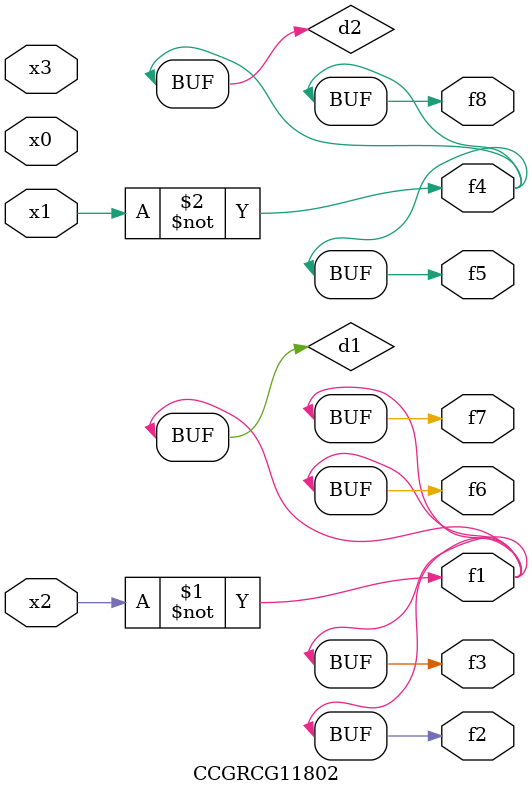
<source format=v>
module CCGRCG11802(
	input x0, x1, x2, x3,
	output f1, f2, f3, f4, f5, f6, f7, f8
);

	wire d1, d2;

	xnor (d1, x2);
	not (d2, x1);
	assign f1 = d1;
	assign f2 = d1;
	assign f3 = d1;
	assign f4 = d2;
	assign f5 = d2;
	assign f6 = d1;
	assign f7 = d1;
	assign f8 = d2;
endmodule

</source>
